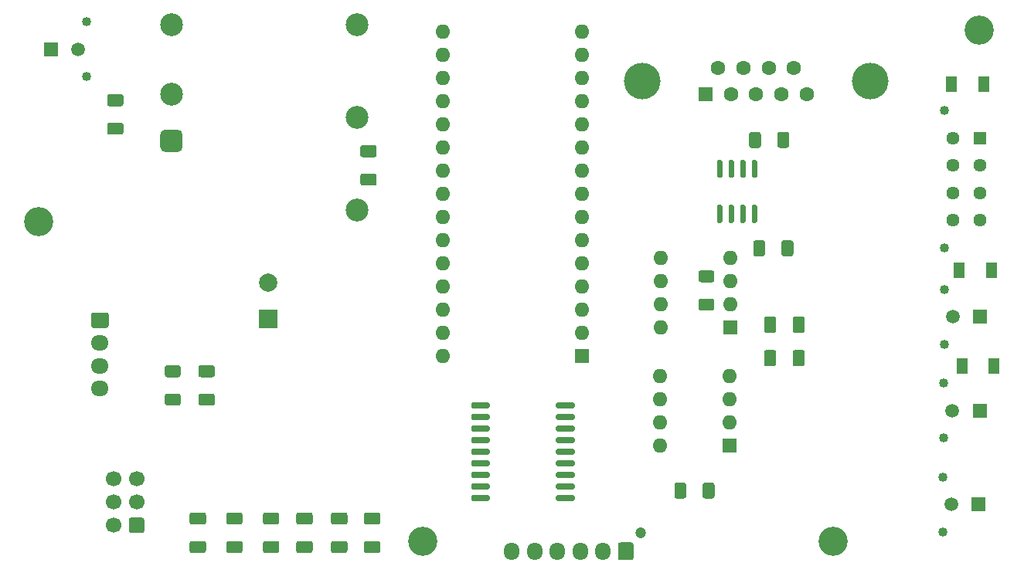
<source format=gbr>
%TF.GenerationSoftware,KiCad,Pcbnew,(5.1.10-1-10_14)*%
%TF.CreationDate,2022-01-10T15:26:04+01:00*%
%TF.ProjectId,E16 BMS Master,45313620-424d-4532-904d-61737465722e,rev?*%
%TF.SameCoordinates,Original*%
%TF.FileFunction,Soldermask,Bot*%
%TF.FilePolarity,Negative*%
%FSLAX46Y46*%
G04 Gerber Fmt 4.6, Leading zero omitted, Abs format (unit mm)*
G04 Created by KiCad (PCBNEW (5.1.10-1-10_14)) date 2022-01-10 15:26:04*
%MOMM*%
%LPD*%
G01*
G04 APERTURE LIST*
%ADD10C,1.700000*%
%ADD11C,1.200000*%
%ADD12O,1.700000X1.950000*%
%ADD13C,1.020000*%
%ADD14C,1.440000*%
%ADD15R,1.440000X1.440000*%
%ADD16C,1.520000*%
%ADD17R,1.520000X1.520000*%
%ADD18C,2.500000*%
%ADD19O,1.600000X1.600000*%
%ADD20R,1.600000X1.600000*%
%ADD21C,2.000000*%
%ADD22R,2.000000X2.000000*%
%ADD23O,1.950000X1.700000*%
%ADD24C,3.200000*%
%ADD25R,1.300000X1.700000*%
%ADD26C,4.000000*%
%ADD27C,1.600000*%
G04 APERTURE END LIST*
D10*
%TO.C,I2C&PWR1*%
X111150400Y-153212800D03*
X111150400Y-155752800D03*
X111150400Y-158292800D03*
X113690400Y-153212800D03*
X113690400Y-155752800D03*
G36*
G01*
X114540400Y-157692800D02*
X114540400Y-158892800D01*
G75*
G02*
X114290400Y-159142800I-250000J0D01*
G01*
X113090400Y-159142800D01*
G75*
G02*
X112840400Y-158892800I0J250000D01*
G01*
X112840400Y-157692800D01*
G75*
G02*
X113090400Y-157442800I250000J0D01*
G01*
X114290400Y-157442800D01*
G75*
G02*
X114540400Y-157692800I0J-250000D01*
G01*
G37*
%TD*%
D11*
%TO.C,J1*%
X168884400Y-159137600D03*
D12*
X154784400Y-161137600D03*
X157284400Y-161137600D03*
X159784400Y-161137600D03*
X162284400Y-161137600D03*
X164784400Y-161137600D03*
G36*
G01*
X168134400Y-160412600D02*
X168134400Y-161862600D01*
G75*
G02*
X167884400Y-162112600I-250000J0D01*
G01*
X166684400Y-162112600D01*
G75*
G02*
X166434400Y-161862600I0J250000D01*
G01*
X166434400Y-160412600D01*
G75*
G02*
X166684400Y-160162600I250000J0D01*
G01*
X167884400Y-160162600D01*
G75*
G02*
X168134400Y-160412600I0J-250000D01*
G01*
G37*
%TD*%
D13*
%TO.C,FAN1-4*%
X202155600Y-127823971D03*
X202155600Y-112824001D03*
D14*
X203095601Y-124823997D03*
X203095601Y-121823998D03*
X203095601Y-118823999D03*
X203095601Y-115824000D03*
X206095600Y-124823997D03*
X206095600Y-121823998D03*
X206095600Y-118823999D03*
D15*
X206095600Y-115824000D03*
%TD*%
D13*
%TO.C,R1*%
X202104800Y-148694389D03*
X202104800Y-142694401D03*
D16*
X203044801Y-145694400D03*
D17*
X206044800Y-145694400D03*
%TD*%
D13*
%TO.C,R2*%
X202155600Y-138432789D03*
X202155600Y-132432801D03*
D16*
X203095601Y-135432800D03*
D17*
X206095600Y-135432800D03*
%TD*%
D13*
%TO.C,INTERLOCK1*%
X202003200Y-159006789D03*
X202003200Y-153006801D03*
D16*
X202943201Y-156006800D03*
D17*
X205943200Y-156006800D03*
%TD*%
D18*
%TO.C,U1*%
X117500400Y-103428800D03*
X137820400Y-103428800D03*
X137820400Y-113588800D03*
X137820400Y-123748800D03*
X117500400Y-111048800D03*
G36*
G01*
X118125400Y-117378800D02*
X116875400Y-117378800D01*
G75*
G02*
X116250400Y-116753800I0J625000D01*
G01*
X116250400Y-115503800D01*
G75*
G02*
X116875400Y-114878800I625000J0D01*
G01*
X118125400Y-114878800D01*
G75*
G02*
X118750400Y-115503800I0J-625000D01*
G01*
X118750400Y-116753800D01*
G75*
G02*
X118125400Y-117378800I-625000J0D01*
G01*
G37*
%TD*%
%TO.C,C12*%
G36*
G01*
X112003601Y-112333200D02*
X110703599Y-112333200D01*
G75*
G02*
X110453600Y-112083201I0J249999D01*
G01*
X110453600Y-111258199D01*
G75*
G02*
X110703599Y-111008200I249999J0D01*
G01*
X112003601Y-111008200D01*
G75*
G02*
X112253600Y-111258199I0J-249999D01*
G01*
X112253600Y-112083201D01*
G75*
G02*
X112003601Y-112333200I-249999J0D01*
G01*
G37*
G36*
G01*
X112003601Y-115458200D02*
X110703599Y-115458200D01*
G75*
G02*
X110453600Y-115208201I0J249999D01*
G01*
X110453600Y-114383199D01*
G75*
G02*
X110703599Y-114133200I249999J0D01*
G01*
X112003601Y-114133200D01*
G75*
G02*
X112253600Y-114383199I0J-249999D01*
G01*
X112253600Y-115208201D01*
G75*
G02*
X112003601Y-115458200I-249999J0D01*
G01*
G37*
%TD*%
D19*
%TO.C,A1*%
X147269200Y-104190800D03*
X162509200Y-104190800D03*
X147269200Y-139750800D03*
X162509200Y-106730800D03*
X147269200Y-137210800D03*
X162509200Y-109270800D03*
X147269200Y-134670800D03*
X162509200Y-111810800D03*
X147269200Y-132130800D03*
X162509200Y-114350800D03*
X147269200Y-129590800D03*
X162509200Y-116890800D03*
X147269200Y-127050800D03*
X162509200Y-119430800D03*
X147269200Y-124510800D03*
X162509200Y-121970800D03*
X147269200Y-121970800D03*
X162509200Y-124510800D03*
X147269200Y-119430800D03*
X162509200Y-127050800D03*
X147269200Y-116890800D03*
X162509200Y-129590800D03*
X147269200Y-114350800D03*
X162509200Y-132130800D03*
X147269200Y-111810800D03*
X162509200Y-134670800D03*
X147269200Y-109270800D03*
X162509200Y-137210800D03*
X147269200Y-106730800D03*
D20*
X162509200Y-139750800D03*
%TD*%
D21*
%TO.C,LS1*%
X128066800Y-131694800D03*
D22*
X128066800Y-135694800D03*
%TD*%
%TO.C,U5*%
G36*
G01*
X152381800Y-144985600D02*
X152381800Y-145285600D01*
G75*
G02*
X152231800Y-145435600I-150000J0D01*
G01*
X150481800Y-145435600D01*
G75*
G02*
X150331800Y-145285600I0J150000D01*
G01*
X150331800Y-144985600D01*
G75*
G02*
X150481800Y-144835600I150000J0D01*
G01*
X152231800Y-144835600D01*
G75*
G02*
X152381800Y-144985600I0J-150000D01*
G01*
G37*
G36*
G01*
X152381800Y-146255600D02*
X152381800Y-146555600D01*
G75*
G02*
X152231800Y-146705600I-150000J0D01*
G01*
X150481800Y-146705600D01*
G75*
G02*
X150331800Y-146555600I0J150000D01*
G01*
X150331800Y-146255600D01*
G75*
G02*
X150481800Y-146105600I150000J0D01*
G01*
X152231800Y-146105600D01*
G75*
G02*
X152381800Y-146255600I0J-150000D01*
G01*
G37*
G36*
G01*
X152381800Y-147525600D02*
X152381800Y-147825600D01*
G75*
G02*
X152231800Y-147975600I-150000J0D01*
G01*
X150481800Y-147975600D01*
G75*
G02*
X150331800Y-147825600I0J150000D01*
G01*
X150331800Y-147525600D01*
G75*
G02*
X150481800Y-147375600I150000J0D01*
G01*
X152231800Y-147375600D01*
G75*
G02*
X152381800Y-147525600I0J-150000D01*
G01*
G37*
G36*
G01*
X152381800Y-148795600D02*
X152381800Y-149095600D01*
G75*
G02*
X152231800Y-149245600I-150000J0D01*
G01*
X150481800Y-149245600D01*
G75*
G02*
X150331800Y-149095600I0J150000D01*
G01*
X150331800Y-148795600D01*
G75*
G02*
X150481800Y-148645600I150000J0D01*
G01*
X152231800Y-148645600D01*
G75*
G02*
X152381800Y-148795600I0J-150000D01*
G01*
G37*
G36*
G01*
X152381800Y-150065600D02*
X152381800Y-150365600D01*
G75*
G02*
X152231800Y-150515600I-150000J0D01*
G01*
X150481800Y-150515600D01*
G75*
G02*
X150331800Y-150365600I0J150000D01*
G01*
X150331800Y-150065600D01*
G75*
G02*
X150481800Y-149915600I150000J0D01*
G01*
X152231800Y-149915600D01*
G75*
G02*
X152381800Y-150065600I0J-150000D01*
G01*
G37*
G36*
G01*
X152381800Y-151335600D02*
X152381800Y-151635600D01*
G75*
G02*
X152231800Y-151785600I-150000J0D01*
G01*
X150481800Y-151785600D01*
G75*
G02*
X150331800Y-151635600I0J150000D01*
G01*
X150331800Y-151335600D01*
G75*
G02*
X150481800Y-151185600I150000J0D01*
G01*
X152231800Y-151185600D01*
G75*
G02*
X152381800Y-151335600I0J-150000D01*
G01*
G37*
G36*
G01*
X152381800Y-152605600D02*
X152381800Y-152905600D01*
G75*
G02*
X152231800Y-153055600I-150000J0D01*
G01*
X150481800Y-153055600D01*
G75*
G02*
X150331800Y-152905600I0J150000D01*
G01*
X150331800Y-152605600D01*
G75*
G02*
X150481800Y-152455600I150000J0D01*
G01*
X152231800Y-152455600D01*
G75*
G02*
X152381800Y-152605600I0J-150000D01*
G01*
G37*
G36*
G01*
X152381800Y-153875600D02*
X152381800Y-154175600D01*
G75*
G02*
X152231800Y-154325600I-150000J0D01*
G01*
X150481800Y-154325600D01*
G75*
G02*
X150331800Y-154175600I0J150000D01*
G01*
X150331800Y-153875600D01*
G75*
G02*
X150481800Y-153725600I150000J0D01*
G01*
X152231800Y-153725600D01*
G75*
G02*
X152381800Y-153875600I0J-150000D01*
G01*
G37*
G36*
G01*
X152381800Y-155145600D02*
X152381800Y-155445600D01*
G75*
G02*
X152231800Y-155595600I-150000J0D01*
G01*
X150481800Y-155595600D01*
G75*
G02*
X150331800Y-155445600I0J150000D01*
G01*
X150331800Y-155145600D01*
G75*
G02*
X150481800Y-154995600I150000J0D01*
G01*
X152231800Y-154995600D01*
G75*
G02*
X152381800Y-155145600I0J-150000D01*
G01*
G37*
G36*
G01*
X161681800Y-155145600D02*
X161681800Y-155445600D01*
G75*
G02*
X161531800Y-155595600I-150000J0D01*
G01*
X159781800Y-155595600D01*
G75*
G02*
X159631800Y-155445600I0J150000D01*
G01*
X159631800Y-155145600D01*
G75*
G02*
X159781800Y-154995600I150000J0D01*
G01*
X161531800Y-154995600D01*
G75*
G02*
X161681800Y-155145600I0J-150000D01*
G01*
G37*
G36*
G01*
X161681800Y-153875600D02*
X161681800Y-154175600D01*
G75*
G02*
X161531800Y-154325600I-150000J0D01*
G01*
X159781800Y-154325600D01*
G75*
G02*
X159631800Y-154175600I0J150000D01*
G01*
X159631800Y-153875600D01*
G75*
G02*
X159781800Y-153725600I150000J0D01*
G01*
X161531800Y-153725600D01*
G75*
G02*
X161681800Y-153875600I0J-150000D01*
G01*
G37*
G36*
G01*
X161681800Y-152605600D02*
X161681800Y-152905600D01*
G75*
G02*
X161531800Y-153055600I-150000J0D01*
G01*
X159781800Y-153055600D01*
G75*
G02*
X159631800Y-152905600I0J150000D01*
G01*
X159631800Y-152605600D01*
G75*
G02*
X159781800Y-152455600I150000J0D01*
G01*
X161531800Y-152455600D01*
G75*
G02*
X161681800Y-152605600I0J-150000D01*
G01*
G37*
G36*
G01*
X161681800Y-151335600D02*
X161681800Y-151635600D01*
G75*
G02*
X161531800Y-151785600I-150000J0D01*
G01*
X159781800Y-151785600D01*
G75*
G02*
X159631800Y-151635600I0J150000D01*
G01*
X159631800Y-151335600D01*
G75*
G02*
X159781800Y-151185600I150000J0D01*
G01*
X161531800Y-151185600D01*
G75*
G02*
X161681800Y-151335600I0J-150000D01*
G01*
G37*
G36*
G01*
X161681800Y-150065600D02*
X161681800Y-150365600D01*
G75*
G02*
X161531800Y-150515600I-150000J0D01*
G01*
X159781800Y-150515600D01*
G75*
G02*
X159631800Y-150365600I0J150000D01*
G01*
X159631800Y-150065600D01*
G75*
G02*
X159781800Y-149915600I150000J0D01*
G01*
X161531800Y-149915600D01*
G75*
G02*
X161681800Y-150065600I0J-150000D01*
G01*
G37*
G36*
G01*
X161681800Y-148795600D02*
X161681800Y-149095600D01*
G75*
G02*
X161531800Y-149245600I-150000J0D01*
G01*
X159781800Y-149245600D01*
G75*
G02*
X159631800Y-149095600I0J150000D01*
G01*
X159631800Y-148795600D01*
G75*
G02*
X159781800Y-148645600I150000J0D01*
G01*
X161531800Y-148645600D01*
G75*
G02*
X161681800Y-148795600I0J-150000D01*
G01*
G37*
G36*
G01*
X161681800Y-147525600D02*
X161681800Y-147825600D01*
G75*
G02*
X161531800Y-147975600I-150000J0D01*
G01*
X159781800Y-147975600D01*
G75*
G02*
X159631800Y-147825600I0J150000D01*
G01*
X159631800Y-147525600D01*
G75*
G02*
X159781800Y-147375600I150000J0D01*
G01*
X161531800Y-147375600D01*
G75*
G02*
X161681800Y-147525600I0J-150000D01*
G01*
G37*
G36*
G01*
X161681800Y-146255600D02*
X161681800Y-146555600D01*
G75*
G02*
X161531800Y-146705600I-150000J0D01*
G01*
X159781800Y-146705600D01*
G75*
G02*
X159631800Y-146555600I0J150000D01*
G01*
X159631800Y-146255600D01*
G75*
G02*
X159781800Y-146105600I150000J0D01*
G01*
X161531800Y-146105600D01*
G75*
G02*
X161681800Y-146255600I0J-150000D01*
G01*
G37*
G36*
G01*
X161681800Y-144985600D02*
X161681800Y-145285600D01*
G75*
G02*
X161531800Y-145435600I-150000J0D01*
G01*
X159781800Y-145435600D01*
G75*
G02*
X159631800Y-145285600I0J150000D01*
G01*
X159631800Y-144985600D01*
G75*
G02*
X159781800Y-144835600I150000J0D01*
G01*
X161531800Y-144835600D01*
G75*
G02*
X161681800Y-144985600I0J-150000D01*
G01*
G37*
%TD*%
%TO.C,U4*%
G36*
G01*
X181531400Y-120166000D02*
X181231400Y-120166000D01*
G75*
G02*
X181081400Y-120016000I0J150000D01*
G01*
X181081400Y-118366000D01*
G75*
G02*
X181231400Y-118216000I150000J0D01*
G01*
X181531400Y-118216000D01*
G75*
G02*
X181681400Y-118366000I0J-150000D01*
G01*
X181681400Y-120016000D01*
G75*
G02*
X181531400Y-120166000I-150000J0D01*
G01*
G37*
G36*
G01*
X180261400Y-120166000D02*
X179961400Y-120166000D01*
G75*
G02*
X179811400Y-120016000I0J150000D01*
G01*
X179811400Y-118366000D01*
G75*
G02*
X179961400Y-118216000I150000J0D01*
G01*
X180261400Y-118216000D01*
G75*
G02*
X180411400Y-118366000I0J-150000D01*
G01*
X180411400Y-120016000D01*
G75*
G02*
X180261400Y-120166000I-150000J0D01*
G01*
G37*
G36*
G01*
X178991400Y-120166000D02*
X178691400Y-120166000D01*
G75*
G02*
X178541400Y-120016000I0J150000D01*
G01*
X178541400Y-118366000D01*
G75*
G02*
X178691400Y-118216000I150000J0D01*
G01*
X178991400Y-118216000D01*
G75*
G02*
X179141400Y-118366000I0J-150000D01*
G01*
X179141400Y-120016000D01*
G75*
G02*
X178991400Y-120166000I-150000J0D01*
G01*
G37*
G36*
G01*
X177721400Y-120166000D02*
X177421400Y-120166000D01*
G75*
G02*
X177271400Y-120016000I0J150000D01*
G01*
X177271400Y-118366000D01*
G75*
G02*
X177421400Y-118216000I150000J0D01*
G01*
X177721400Y-118216000D01*
G75*
G02*
X177871400Y-118366000I0J-150000D01*
G01*
X177871400Y-120016000D01*
G75*
G02*
X177721400Y-120166000I-150000J0D01*
G01*
G37*
G36*
G01*
X177721400Y-125116000D02*
X177421400Y-125116000D01*
G75*
G02*
X177271400Y-124966000I0J150000D01*
G01*
X177271400Y-123316000D01*
G75*
G02*
X177421400Y-123166000I150000J0D01*
G01*
X177721400Y-123166000D01*
G75*
G02*
X177871400Y-123316000I0J-150000D01*
G01*
X177871400Y-124966000D01*
G75*
G02*
X177721400Y-125116000I-150000J0D01*
G01*
G37*
G36*
G01*
X178991400Y-125116000D02*
X178691400Y-125116000D01*
G75*
G02*
X178541400Y-124966000I0J150000D01*
G01*
X178541400Y-123316000D01*
G75*
G02*
X178691400Y-123166000I150000J0D01*
G01*
X178991400Y-123166000D01*
G75*
G02*
X179141400Y-123316000I0J-150000D01*
G01*
X179141400Y-124966000D01*
G75*
G02*
X178991400Y-125116000I-150000J0D01*
G01*
G37*
G36*
G01*
X180261400Y-125116000D02*
X179961400Y-125116000D01*
G75*
G02*
X179811400Y-124966000I0J150000D01*
G01*
X179811400Y-123316000D01*
G75*
G02*
X179961400Y-123166000I150000J0D01*
G01*
X180261400Y-123166000D01*
G75*
G02*
X180411400Y-123316000I0J-150000D01*
G01*
X180411400Y-124966000D01*
G75*
G02*
X180261400Y-125116000I-150000J0D01*
G01*
G37*
G36*
G01*
X181531400Y-125116000D02*
X181231400Y-125116000D01*
G75*
G02*
X181081400Y-124966000I0J150000D01*
G01*
X181081400Y-123316000D01*
G75*
G02*
X181231400Y-123166000I150000J0D01*
G01*
X181531400Y-123166000D01*
G75*
G02*
X181681400Y-123316000I0J-150000D01*
G01*
X181681400Y-124966000D01*
G75*
G02*
X181531400Y-125116000I-150000J0D01*
G01*
G37*
%TD*%
D19*
%TO.C,U3*%
X171043600Y-149504400D03*
X178663600Y-141884400D03*
X171043600Y-146964400D03*
X178663600Y-144424400D03*
X171043600Y-144424400D03*
X178663600Y-146964400D03*
X171043600Y-141884400D03*
D20*
X178663600Y-149504400D03*
%TD*%
D19*
%TO.C,U2*%
X171145200Y-136601200D03*
X178765200Y-128981200D03*
X171145200Y-134061200D03*
X178765200Y-131521200D03*
X171145200Y-131521200D03*
X178765200Y-134061200D03*
X171145200Y-128981200D03*
D20*
X178765200Y-136601200D03*
%TD*%
D23*
%TO.C,SPI1*%
X109677200Y-143288400D03*
X109677200Y-140788400D03*
X109677200Y-138288400D03*
G36*
G01*
X108952200Y-134938400D02*
X110402200Y-134938400D01*
G75*
G02*
X110652200Y-135188400I0J-250000D01*
G01*
X110652200Y-136388400D01*
G75*
G02*
X110402200Y-136638400I-250000J0D01*
G01*
X108952200Y-136638400D01*
G75*
G02*
X108702200Y-136388400I0J250000D01*
G01*
X108702200Y-135188400D01*
G75*
G02*
X108952200Y-134938400I250000J0D01*
G01*
G37*
%TD*%
%TO.C,R14*%
G36*
G01*
X117027800Y-143851200D02*
X118277800Y-143851200D01*
G75*
G02*
X118527800Y-144101200I0J-250000D01*
G01*
X118527800Y-144901200D01*
G75*
G02*
X118277800Y-145151200I-250000J0D01*
G01*
X117027800Y-145151200D01*
G75*
G02*
X116777800Y-144901200I0J250000D01*
G01*
X116777800Y-144101200D01*
G75*
G02*
X117027800Y-143851200I250000J0D01*
G01*
G37*
G36*
G01*
X117027800Y-140751200D02*
X118277800Y-140751200D01*
G75*
G02*
X118527800Y-141001200I0J-250000D01*
G01*
X118527800Y-141801200D01*
G75*
G02*
X118277800Y-142051200I-250000J0D01*
G01*
X117027800Y-142051200D01*
G75*
G02*
X116777800Y-141801200I0J250000D01*
G01*
X116777800Y-141001200D01*
G75*
G02*
X117027800Y-140751200I250000J0D01*
G01*
G37*
%TD*%
%TO.C,R12*%
G36*
G01*
X183881600Y-116652200D02*
X183881600Y-115402200D01*
G75*
G02*
X184131600Y-115152200I250000J0D01*
G01*
X184931600Y-115152200D01*
G75*
G02*
X185181600Y-115402200I0J-250000D01*
G01*
X185181600Y-116652200D01*
G75*
G02*
X184931600Y-116902200I-250000J0D01*
G01*
X184131600Y-116902200D01*
G75*
G02*
X183881600Y-116652200I0J250000D01*
G01*
G37*
G36*
G01*
X180781600Y-116652200D02*
X180781600Y-115402200D01*
G75*
G02*
X181031600Y-115152200I250000J0D01*
G01*
X181831600Y-115152200D01*
G75*
G02*
X182081600Y-115402200I0J-250000D01*
G01*
X182081600Y-116652200D01*
G75*
G02*
X181831600Y-116902200I-250000J0D01*
G01*
X181031600Y-116902200D01*
G75*
G02*
X180781600Y-116652200I0J250000D01*
G01*
G37*
%TD*%
%TO.C,R11*%
G36*
G01*
X184338800Y-128539400D02*
X184338800Y-127289400D01*
G75*
G02*
X184588800Y-127039400I250000J0D01*
G01*
X185388800Y-127039400D01*
G75*
G02*
X185638800Y-127289400I0J-250000D01*
G01*
X185638800Y-128539400D01*
G75*
G02*
X185388800Y-128789400I-250000J0D01*
G01*
X184588800Y-128789400D01*
G75*
G02*
X184338800Y-128539400I0J250000D01*
G01*
G37*
G36*
G01*
X181238800Y-128539400D02*
X181238800Y-127289400D01*
G75*
G02*
X181488800Y-127039400I250000J0D01*
G01*
X182288800Y-127039400D01*
G75*
G02*
X182538800Y-127289400I0J-250000D01*
G01*
X182538800Y-128539400D01*
G75*
G02*
X182288800Y-128789400I-250000J0D01*
G01*
X181488800Y-128789400D01*
G75*
G02*
X181238800Y-128539400I0J250000D01*
G01*
G37*
%TD*%
%TO.C,R10*%
G36*
G01*
X175498600Y-133437200D02*
X176748600Y-133437200D01*
G75*
G02*
X176998600Y-133687200I0J-250000D01*
G01*
X176998600Y-134487200D01*
G75*
G02*
X176748600Y-134737200I-250000J0D01*
G01*
X175498600Y-134737200D01*
G75*
G02*
X175248600Y-134487200I0J250000D01*
G01*
X175248600Y-133687200D01*
G75*
G02*
X175498600Y-133437200I250000J0D01*
G01*
G37*
G36*
G01*
X175498600Y-130337200D02*
X176748600Y-130337200D01*
G75*
G02*
X176998600Y-130587200I0J-250000D01*
G01*
X176998600Y-131387200D01*
G75*
G02*
X176748600Y-131637200I-250000J0D01*
G01*
X175498600Y-131637200D01*
G75*
G02*
X175248600Y-131387200I0J250000D01*
G01*
X175248600Y-130587200D01*
G75*
G02*
X175498600Y-130337200I250000J0D01*
G01*
G37*
%TD*%
%TO.C,R8*%
G36*
G01*
X173902800Y-153857800D02*
X173902800Y-155107800D01*
G75*
G02*
X173652800Y-155357800I-250000J0D01*
G01*
X172852800Y-155357800D01*
G75*
G02*
X172602800Y-155107800I0J250000D01*
G01*
X172602800Y-153857800D01*
G75*
G02*
X172852800Y-153607800I250000J0D01*
G01*
X173652800Y-153607800D01*
G75*
G02*
X173902800Y-153857800I0J-250000D01*
G01*
G37*
G36*
G01*
X177002800Y-153857800D02*
X177002800Y-155107800D01*
G75*
G02*
X176752800Y-155357800I-250000J0D01*
G01*
X175952800Y-155357800D01*
G75*
G02*
X175702800Y-155107800I0J250000D01*
G01*
X175702800Y-153857800D01*
G75*
G02*
X175952800Y-153607800I250000J0D01*
G01*
X176752800Y-153607800D01*
G75*
G02*
X177002800Y-153857800I0J-250000D01*
G01*
G37*
%TD*%
D13*
%TO.C,PWR1*%
X108232400Y-103070411D03*
X108232400Y-109070399D03*
D16*
X107292399Y-106070400D03*
D17*
X104292400Y-106070400D03*
%TD*%
D24*
%TO.C,H4*%
X145000000Y-160000000D03*
%TD*%
%TO.C,H3*%
X206000000Y-104000000D03*
%TD*%
%TO.C,H2*%
X190000000Y-160000000D03*
%TD*%
%TO.C,H1*%
X103000000Y-125000000D03*
%TD*%
D25*
%TO.C,D3*%
X207642400Y-140817600D03*
X204142400Y-140817600D03*
%TD*%
%TO.C,D2*%
X207337600Y-130352800D03*
X203837600Y-130352800D03*
%TD*%
%TO.C,D1*%
X206474000Y-109931200D03*
X202974000Y-109931200D03*
%TD*%
D26*
%TO.C,CAN1*%
X169062000Y-109578000D03*
X194062000Y-109578000D03*
D27*
X185717000Y-108158000D03*
X182947000Y-108158000D03*
X180177000Y-108158000D03*
X177407000Y-108158000D03*
X187102000Y-110998000D03*
X184332000Y-110998000D03*
X181562000Y-110998000D03*
X178792000Y-110998000D03*
D20*
X176022000Y-110998000D03*
%TD*%
%TO.C,C11*%
G36*
G01*
X135239999Y-160005600D02*
X136540001Y-160005600D01*
G75*
G02*
X136790000Y-160255599I0J-249999D01*
G01*
X136790000Y-161080601D01*
G75*
G02*
X136540001Y-161330600I-249999J0D01*
G01*
X135239999Y-161330600D01*
G75*
G02*
X134990000Y-161080601I0J249999D01*
G01*
X134990000Y-160255599D01*
G75*
G02*
X135239999Y-160005600I249999J0D01*
G01*
G37*
G36*
G01*
X135239999Y-156880600D02*
X136540001Y-156880600D01*
G75*
G02*
X136790000Y-157130599I0J-249999D01*
G01*
X136790000Y-157955601D01*
G75*
G02*
X136540001Y-158205600I-249999J0D01*
G01*
X135239999Y-158205600D01*
G75*
G02*
X134990000Y-157955601I0J249999D01*
G01*
X134990000Y-157130599D01*
G75*
G02*
X135239999Y-156880600I249999J0D01*
G01*
G37*
%TD*%
%TO.C,C10*%
G36*
G01*
X122011201Y-142051200D02*
X120711199Y-142051200D01*
G75*
G02*
X120461200Y-141801201I0J249999D01*
G01*
X120461200Y-140976199D01*
G75*
G02*
X120711199Y-140726200I249999J0D01*
G01*
X122011201Y-140726200D01*
G75*
G02*
X122261200Y-140976199I0J-249999D01*
G01*
X122261200Y-141801201D01*
G75*
G02*
X122011201Y-142051200I-249999J0D01*
G01*
G37*
G36*
G01*
X122011201Y-145176200D02*
X120711199Y-145176200D01*
G75*
G02*
X120461200Y-144926201I0J249999D01*
G01*
X120461200Y-144101199D01*
G75*
G02*
X120711199Y-143851200I249999J0D01*
G01*
X122011201Y-143851200D01*
G75*
G02*
X122261200Y-144101199I0J-249999D01*
G01*
X122261200Y-144926201D01*
G75*
G02*
X122011201Y-145176200I-249999J0D01*
G01*
G37*
%TD*%
%TO.C,C9*%
G36*
G01*
X119745999Y-160005600D02*
X121046001Y-160005600D01*
G75*
G02*
X121296000Y-160255599I0J-249999D01*
G01*
X121296000Y-161080601D01*
G75*
G02*
X121046001Y-161330600I-249999J0D01*
G01*
X119745999Y-161330600D01*
G75*
G02*
X119496000Y-161080601I0J249999D01*
G01*
X119496000Y-160255599D01*
G75*
G02*
X119745999Y-160005600I249999J0D01*
G01*
G37*
G36*
G01*
X119745999Y-156880600D02*
X121046001Y-156880600D01*
G75*
G02*
X121296000Y-157130599I0J-249999D01*
G01*
X121296000Y-157955601D01*
G75*
G02*
X121046001Y-158205600I-249999J0D01*
G01*
X119745999Y-158205600D01*
G75*
G02*
X119496000Y-157955601I0J249999D01*
G01*
X119496000Y-157130599D01*
G75*
G02*
X119745999Y-156880600I249999J0D01*
G01*
G37*
%TD*%
%TO.C,C8*%
G36*
G01*
X131429999Y-160005600D02*
X132730001Y-160005600D01*
G75*
G02*
X132980000Y-160255599I0J-249999D01*
G01*
X132980000Y-161080601D01*
G75*
G02*
X132730001Y-161330600I-249999J0D01*
G01*
X131429999Y-161330600D01*
G75*
G02*
X131180000Y-161080601I0J249999D01*
G01*
X131180000Y-160255599D01*
G75*
G02*
X131429999Y-160005600I249999J0D01*
G01*
G37*
G36*
G01*
X131429999Y-156880600D02*
X132730001Y-156880600D01*
G75*
G02*
X132980000Y-157130599I0J-249999D01*
G01*
X132980000Y-157955601D01*
G75*
G02*
X132730001Y-158205600I-249999J0D01*
G01*
X131429999Y-158205600D01*
G75*
G02*
X131180000Y-157955601I0J249999D01*
G01*
X131180000Y-157130599D01*
G75*
G02*
X131429999Y-156880600I249999J0D01*
G01*
G37*
%TD*%
%TO.C,C7*%
G36*
G01*
X138846799Y-160005600D02*
X140146801Y-160005600D01*
G75*
G02*
X140396800Y-160255599I0J-249999D01*
G01*
X140396800Y-161080601D01*
G75*
G02*
X140146801Y-161330600I-249999J0D01*
G01*
X138846799Y-161330600D01*
G75*
G02*
X138596800Y-161080601I0J249999D01*
G01*
X138596800Y-160255599D01*
G75*
G02*
X138846799Y-160005600I249999J0D01*
G01*
G37*
G36*
G01*
X138846799Y-156880600D02*
X140146801Y-156880600D01*
G75*
G02*
X140396800Y-157130599I0J-249999D01*
G01*
X140396800Y-157955601D01*
G75*
G02*
X140146801Y-158205600I-249999J0D01*
G01*
X138846799Y-158205600D01*
G75*
G02*
X138596800Y-157955601I0J249999D01*
G01*
X138596800Y-157130599D01*
G75*
G02*
X138846799Y-156880600I249999J0D01*
G01*
G37*
%TD*%
%TO.C,C6*%
G36*
G01*
X185558000Y-140604001D02*
X185558000Y-139303999D01*
G75*
G02*
X185807999Y-139054000I249999J0D01*
G01*
X186633001Y-139054000D01*
G75*
G02*
X186883000Y-139303999I0J-249999D01*
G01*
X186883000Y-140604001D01*
G75*
G02*
X186633001Y-140854000I-249999J0D01*
G01*
X185807999Y-140854000D01*
G75*
G02*
X185558000Y-140604001I0J249999D01*
G01*
G37*
G36*
G01*
X182433000Y-140604001D02*
X182433000Y-139303999D01*
G75*
G02*
X182682999Y-139054000I249999J0D01*
G01*
X183508001Y-139054000D01*
G75*
G02*
X183758000Y-139303999I0J-249999D01*
G01*
X183758000Y-140604001D01*
G75*
G02*
X183508001Y-140854000I-249999J0D01*
G01*
X182682999Y-140854000D01*
G75*
G02*
X182433000Y-140604001I0J249999D01*
G01*
G37*
%TD*%
%TO.C,C5*%
G36*
G01*
X185558000Y-136946401D02*
X185558000Y-135646399D01*
G75*
G02*
X185807999Y-135396400I249999J0D01*
G01*
X186633001Y-135396400D01*
G75*
G02*
X186883000Y-135646399I0J-249999D01*
G01*
X186883000Y-136946401D01*
G75*
G02*
X186633001Y-137196400I-249999J0D01*
G01*
X185807999Y-137196400D01*
G75*
G02*
X185558000Y-136946401I0J249999D01*
G01*
G37*
G36*
G01*
X182433000Y-136946401D02*
X182433000Y-135646399D01*
G75*
G02*
X182682999Y-135396400I249999J0D01*
G01*
X183508001Y-135396400D01*
G75*
G02*
X183758000Y-135646399I0J-249999D01*
G01*
X183758000Y-136946401D01*
G75*
G02*
X183508001Y-137196400I-249999J0D01*
G01*
X182682999Y-137196400D01*
G75*
G02*
X182433000Y-136946401I0J249999D01*
G01*
G37*
%TD*%
%TO.C,C3*%
G36*
G01*
X139740401Y-117921200D02*
X138440399Y-117921200D01*
G75*
G02*
X138190400Y-117671201I0J249999D01*
G01*
X138190400Y-116846199D01*
G75*
G02*
X138440399Y-116596200I249999J0D01*
G01*
X139740401Y-116596200D01*
G75*
G02*
X139990400Y-116846199I0J-249999D01*
G01*
X139990400Y-117671201D01*
G75*
G02*
X139740401Y-117921200I-249999J0D01*
G01*
G37*
G36*
G01*
X139740401Y-121046200D02*
X138440399Y-121046200D01*
G75*
G02*
X138190400Y-120796201I0J249999D01*
G01*
X138190400Y-119971199D01*
G75*
G02*
X138440399Y-119721200I249999J0D01*
G01*
X139740401Y-119721200D01*
G75*
G02*
X139990400Y-119971199I0J-249999D01*
G01*
X139990400Y-120796201D01*
G75*
G02*
X139740401Y-121046200I-249999J0D01*
G01*
G37*
%TD*%
%TO.C,C2*%
G36*
G01*
X127772399Y-160005600D02*
X129072401Y-160005600D01*
G75*
G02*
X129322400Y-160255599I0J-249999D01*
G01*
X129322400Y-161080601D01*
G75*
G02*
X129072401Y-161330600I-249999J0D01*
G01*
X127772399Y-161330600D01*
G75*
G02*
X127522400Y-161080601I0J249999D01*
G01*
X127522400Y-160255599D01*
G75*
G02*
X127772399Y-160005600I249999J0D01*
G01*
G37*
G36*
G01*
X127772399Y-156880600D02*
X129072401Y-156880600D01*
G75*
G02*
X129322400Y-157130599I0J-249999D01*
G01*
X129322400Y-157955601D01*
G75*
G02*
X129072401Y-158205600I-249999J0D01*
G01*
X127772399Y-158205600D01*
G75*
G02*
X127522400Y-157955601I0J249999D01*
G01*
X127522400Y-157130599D01*
G75*
G02*
X127772399Y-156880600I249999J0D01*
G01*
G37*
%TD*%
%TO.C,C1*%
G36*
G01*
X123759199Y-160005600D02*
X125059201Y-160005600D01*
G75*
G02*
X125309200Y-160255599I0J-249999D01*
G01*
X125309200Y-161080601D01*
G75*
G02*
X125059201Y-161330600I-249999J0D01*
G01*
X123759199Y-161330600D01*
G75*
G02*
X123509200Y-161080601I0J249999D01*
G01*
X123509200Y-160255599D01*
G75*
G02*
X123759199Y-160005600I249999J0D01*
G01*
G37*
G36*
G01*
X123759199Y-156880600D02*
X125059201Y-156880600D01*
G75*
G02*
X125309200Y-157130599I0J-249999D01*
G01*
X125309200Y-157955601D01*
G75*
G02*
X125059201Y-158205600I-249999J0D01*
G01*
X123759199Y-158205600D01*
G75*
G02*
X123509200Y-157955601I0J249999D01*
G01*
X123509200Y-157130599D01*
G75*
G02*
X123759199Y-156880600I249999J0D01*
G01*
G37*
%TD*%
M02*

</source>
